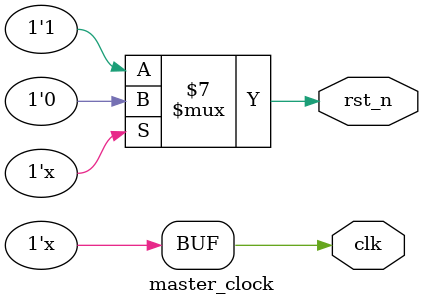
<source format=v>

`timescale 1ps/1fs

module master_clock(output reg clk,output reg rst_n);

    parameter half_period = 500;
    parameter delay = 10;
    integer first;

    initial begin
		// Start the clock output to be logic 0 at t=0
		clk = 0;
		first = 1;
		rst_n = 1;
	//	$simplis_vpi_probe( clk );
    end

    always begin
	if ( first == 1 ) begin
	    // Change the clock output to be logic 1 at t=delay
	    #(delay) clk = ~clk;
	    first = 0;
		#(delay)rst_n = 0;
	end
	else begin
	    // After t=delay, toggle the clock output once for
	    //   every half period
		#(delay)rst_n = 1;
	    #(half_period) clk=~clk;
	end
    end

endmodule

</source>
